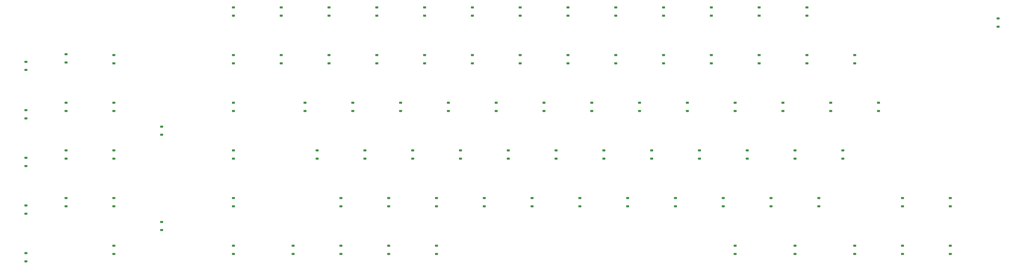
<source format=gbr>
%TF.GenerationSoftware,KiCad,Pcbnew,8.0.8*%
%TF.CreationDate,2025-04-09T15:43:05-07:00*%
%TF.ProjectId,hackboard,6861636b-626f-4617-9264-2e6b69636164,rev?*%
%TF.SameCoordinates,Original*%
%TF.FileFunction,Paste,Bot*%
%TF.FilePolarity,Positive*%
%FSLAX46Y46*%
G04 Gerber Fmt 4.6, Leading zero omitted, Abs format (unit mm)*
G04 Created by KiCad (PCBNEW 8.0.8) date 2025-04-09 15:43:05*
%MOMM*%
%LPD*%
G01*
G04 APERTURE LIST*
G04 Aperture macros list*
%AMRoundRect*
0 Rectangle with rounded corners*
0 $1 Rounding radius*
0 $2 $3 $4 $5 $6 $7 $8 $9 X,Y pos of 4 corners*
0 Add a 4 corners polygon primitive as box body*
4,1,4,$2,$3,$4,$5,$6,$7,$8,$9,$2,$3,0*
0 Add four circle primitives for the rounded corners*
1,1,$1+$1,$2,$3*
1,1,$1+$1,$4,$5*
1,1,$1+$1,$6,$7*
1,1,$1+$1,$8,$9*
0 Add four rect primitives between the rounded corners*
20,1,$1+$1,$2,$3,$4,$5,0*
20,1,$1+$1,$4,$5,$6,$7,0*
20,1,$1+$1,$6,$7,$8,$9,0*
20,1,$1+$1,$8,$9,$2,$3,0*%
G04 Aperture macros list end*
%ADD10RoundRect,0.225000X0.375000X-0.225000X0.375000X0.225000X-0.375000X0.225000X-0.375000X-0.225000X0*%
G04 APERTURE END LIST*
D10*
%TO.C,D31*%
X390921875Y-111918750D03*
X390921875Y-108618750D03*
%TD*%
%TO.C,D21*%
X200421875Y-111918750D03*
X200421875Y-108618750D03*
%TD*%
%TO.C,D8*%
X238521875Y-92868750D03*
X238521875Y-89568750D03*
%TD*%
%TO.C,D23*%
X238521875Y-111918750D03*
X238521875Y-108618750D03*
%TD*%
%TO.C,D45*%
X362346875Y-130968750D03*
X362346875Y-127668750D03*
%TD*%
%TO.C,D1*%
X467121875Y-97234375D03*
X467121875Y-93934375D03*
%TD*%
%TO.C,D71*%
X243284375Y-169068750D03*
X243284375Y-165768750D03*
%TD*%
%TO.C,D74*%
X300434375Y-169068750D03*
X300434375Y-165768750D03*
%TD*%
%TO.C,D57*%
X271859375Y-150018750D03*
X271859375Y-146718750D03*
%TD*%
%TO.C,D41*%
X286146875Y-130968750D03*
X286146875Y-127668750D03*
%TD*%
%TO.C,D81*%
X79596875Y-191118750D03*
X79596875Y-187818750D03*
%TD*%
%TO.C,D84*%
X133746875Y-178593750D03*
X133746875Y-175293750D03*
%TD*%
%TO.C,D90*%
X362346875Y-188118750D03*
X362346875Y-184818750D03*
%TD*%
%TO.C,D35*%
X162321875Y-130968750D03*
X162321875Y-127668750D03*
%TD*%
%TO.C,D51*%
X133746875Y-140493750D03*
X133746875Y-137193750D03*
%TD*%
%TO.C,D17*%
X114696875Y-111918750D03*
X114696875Y-108618750D03*
%TD*%
%TO.C,D44*%
X343296875Y-130968750D03*
X343296875Y-127668750D03*
%TD*%
%TO.C,D26*%
X295671875Y-111918750D03*
X295671875Y-108618750D03*
%TD*%
%TO.C,D6*%
X200421875Y-92868750D03*
X200421875Y-89568750D03*
%TD*%
%TO.C,D3*%
X95646875Y-111584375D03*
X95646875Y-108284375D03*
%TD*%
%TO.C,D65*%
X79596875Y-153018750D03*
X79596875Y-149718750D03*
%TD*%
%TO.C,D11*%
X295671875Y-92868750D03*
X295671875Y-89568750D03*
%TD*%
%TO.C,D87*%
X205184375Y-188118750D03*
X205184375Y-184818750D03*
%TD*%
%TO.C,D73*%
X281384375Y-169068750D03*
X281384375Y-165768750D03*
%TD*%
%TO.C,D19*%
X162321875Y-111918750D03*
X162321875Y-108618750D03*
%TD*%
%TO.C,D28*%
X333771875Y-111918750D03*
X333771875Y-108618750D03*
%TD*%
%TO.C,D56*%
X252809375Y-150018750D03*
X252809375Y-146718750D03*
%TD*%
%TO.C,D24*%
X257571875Y-111918750D03*
X257571875Y-108618750D03*
%TD*%
%TO.C,D89*%
X243284375Y-188118750D03*
X243284375Y-184818750D03*
%TD*%
%TO.C,D76*%
X338534375Y-169068750D03*
X338534375Y-165768750D03*
%TD*%
%TO.C,D58*%
X290909375Y-150018750D03*
X290909375Y-146718750D03*
%TD*%
%TO.C,D91*%
X386159375Y-188118750D03*
X386159375Y-184818750D03*
%TD*%
%TO.C,D42*%
X305196875Y-130968750D03*
X305196875Y-127668750D03*
%TD*%
%TO.C,D5*%
X181371875Y-92868750D03*
X181371875Y-89568750D03*
%TD*%
%TO.C,D77*%
X357584375Y-169068750D03*
X357584375Y-165768750D03*
%TD*%
%TO.C,D39*%
X248046875Y-130968750D03*
X248046875Y-127668750D03*
%TD*%
%TO.C,D61*%
X348059375Y-150018750D03*
X348059375Y-146718750D03*
%TD*%
%TO.C,D12*%
X314721875Y-92868750D03*
X314721875Y-89568750D03*
%TD*%
%TO.C,D30*%
X371871875Y-111918750D03*
X371871875Y-108618750D03*
%TD*%
%TO.C,D34*%
X95646875Y-130968750D03*
X95646875Y-127668750D03*
%TD*%
%TO.C,D27*%
X314721875Y-111918750D03*
X314721875Y-108618750D03*
%TD*%
%TO.C,D69*%
X205184375Y-169068750D03*
X205184375Y-165768750D03*
%TD*%
%TO.C,D82*%
X114696875Y-169068750D03*
X114696875Y-165768750D03*
%TD*%
%TO.C,D47*%
X400446875Y-130968750D03*
X400446875Y-127668750D03*
%TD*%
%TO.C,D32*%
X409971875Y-111918750D03*
X409971875Y-108618750D03*
%TD*%
%TO.C,D49*%
X95646875Y-150018750D03*
X95646875Y-146718750D03*
%TD*%
%TO.C,D83*%
X114696875Y-188118750D03*
X114696875Y-184818750D03*
%TD*%
%TO.C,D79*%
X395684375Y-169068750D03*
X395684375Y-165768750D03*
%TD*%
%TO.C,D10*%
X276621875Y-92868750D03*
X276621875Y-89568750D03*
%TD*%
%TO.C,D18*%
X114696875Y-130968750D03*
X114696875Y-127668750D03*
%TD*%
%TO.C,D67*%
X95646875Y-169068750D03*
X95646875Y-165768750D03*
%TD*%
%TO.C,D78*%
X376634375Y-169068750D03*
X376634375Y-165768750D03*
%TD*%
%TO.C,D14*%
X352821875Y-92868750D03*
X352821875Y-89568750D03*
%TD*%
%TO.C,D93*%
X429021875Y-188118750D03*
X429021875Y-184818750D03*
%TD*%
%TO.C,D80*%
X429021875Y-169068750D03*
X429021875Y-165768750D03*
%TD*%
%TO.C,D16*%
X390921875Y-92868750D03*
X390921875Y-89568750D03*
%TD*%
%TO.C,D20*%
X181371875Y-111918750D03*
X181371875Y-108618750D03*
%TD*%
%TO.C,D53*%
X195659375Y-150018750D03*
X195659375Y-146718750D03*
%TD*%
%TO.C,D43*%
X324246875Y-130968750D03*
X324246875Y-127668750D03*
%TD*%
%TO.C,D25*%
X276621875Y-111918750D03*
X276621875Y-108618750D03*
%TD*%
%TO.C,D13*%
X333771875Y-92868750D03*
X333771875Y-89568750D03*
%TD*%
%TO.C,D85*%
X162321875Y-188118750D03*
X162321875Y-184818750D03*
%TD*%
%TO.C,D86*%
X186134375Y-188118750D03*
X186134375Y-184818750D03*
%TD*%
%TO.C,D22*%
X219471875Y-111918750D03*
X219471875Y-108618750D03*
%TD*%
%TO.C,D33*%
X79596875Y-133968750D03*
X79596875Y-130668750D03*
%TD*%
%TO.C,D2*%
X79596875Y-114584375D03*
X79596875Y-111284375D03*
%TD*%
%TO.C,D62*%
X367109375Y-150018750D03*
X367109375Y-146718750D03*
%TD*%
%TO.C,D88*%
X224234375Y-188118750D03*
X224234375Y-184818750D03*
%TD*%
%TO.C,D55*%
X233759375Y-150018750D03*
X233759375Y-146718750D03*
%TD*%
%TO.C,D75*%
X319484375Y-169068750D03*
X319484375Y-165768750D03*
%TD*%
%TO.C,D72*%
X262334375Y-169068750D03*
X262334375Y-165768750D03*
%TD*%
%TO.C,D70*%
X224234375Y-169068750D03*
X224234375Y-165768750D03*
%TD*%
%TO.C,D36*%
X190896875Y-130968750D03*
X190896875Y-127668750D03*
%TD*%
%TO.C,D29*%
X352821875Y-111918750D03*
X352821875Y-108618750D03*
%TD*%
%TO.C,D9*%
X257571875Y-92868750D03*
X257571875Y-89568750D03*
%TD*%
%TO.C,D63*%
X386159375Y-150018750D03*
X386159375Y-146718750D03*
%TD*%
%TO.C,D40*%
X267096875Y-130968750D03*
X267096875Y-127668750D03*
%TD*%
%TO.C,D60*%
X329009375Y-150018750D03*
X329009375Y-146718750D03*
%TD*%
%TO.C,D54*%
X214709375Y-150018750D03*
X214709375Y-146718750D03*
%TD*%
%TO.C,D46*%
X381396875Y-130968750D03*
X381396875Y-127668750D03*
%TD*%
%TO.C,D50*%
X114696875Y-150018750D03*
X114696875Y-146718750D03*
%TD*%
%TO.C,D38*%
X228996875Y-130968750D03*
X228996875Y-127668750D03*
%TD*%
%TO.C,D66*%
X79596875Y-172068750D03*
X79596875Y-168768750D03*
%TD*%
%TO.C,D59*%
X309959375Y-150018750D03*
X309959375Y-146718750D03*
%TD*%
%TO.C,D94*%
X448071875Y-188118750D03*
X448071875Y-184818750D03*
%TD*%
%TO.C,D95*%
X448071875Y-169068750D03*
X448071875Y-165768750D03*
%TD*%
%TO.C,D7*%
X219471875Y-92868750D03*
X219471875Y-89568750D03*
%TD*%
%TO.C,D64*%
X405209375Y-150018750D03*
X405209375Y-146718750D03*
%TD*%
%TO.C,D48*%
X419496875Y-130968750D03*
X419496875Y-127668750D03*
%TD*%
%TO.C,D15*%
X371871875Y-92868750D03*
X371871875Y-89568750D03*
%TD*%
%TO.C,D4*%
X162321875Y-92868750D03*
X162321875Y-89568750D03*
%TD*%
%TO.C,D52*%
X162321875Y-150018750D03*
X162321875Y-146718750D03*
%TD*%
%TO.C,D92*%
X409971875Y-188118750D03*
X409971875Y-184818750D03*
%TD*%
%TO.C,D37*%
X209946875Y-130968750D03*
X209946875Y-127668750D03*
%TD*%
%TO.C,D68*%
X162321875Y-169068750D03*
X162321875Y-165768750D03*
%TD*%
M02*

</source>
